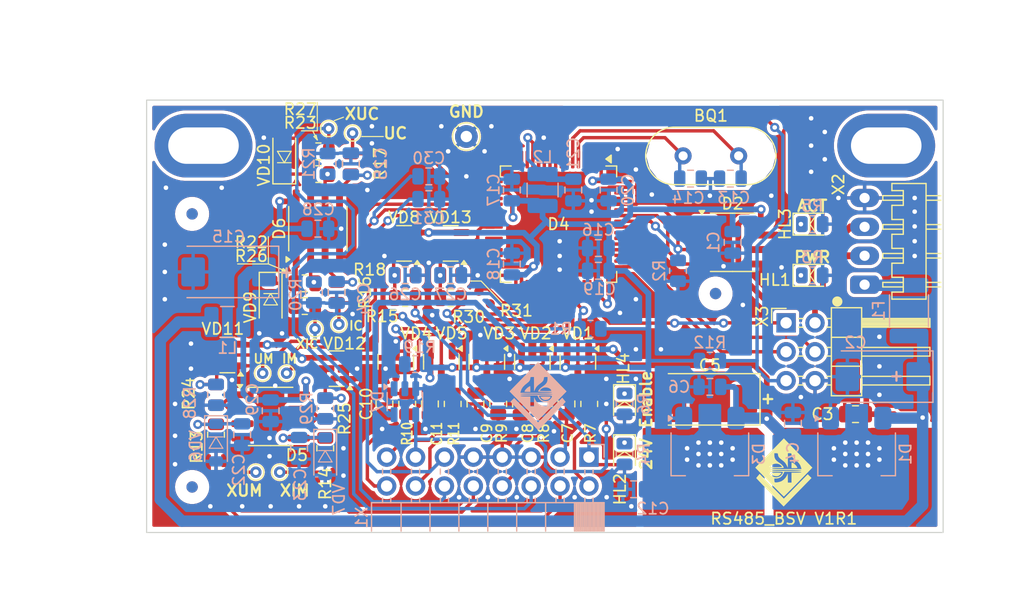
<source format=kicad_pcb>
(kicad_pcb
	(version 20240108)
	(generator "pcbnew")
	(generator_version "8.0")
	(general
		(thickness 1.6)
		(legacy_teardrops no)
	)
	(paper "A4")
	(layers
		(0 "F.Cu" signal)
		(31 "B.Cu" signal)
		(32 "B.Adhes" user "B.Adhesive")
		(33 "F.Adhes" user "F.Adhesive")
		(34 "B.Paste" user)
		(35 "F.Paste" user)
		(36 "B.SilkS" user "B.Silkscreen")
		(37 "F.SilkS" user "F.Silkscreen")
		(38 "B.Mask" user)
		(39 "F.Mask" user)
		(40 "Dwgs.User" user "User.Drawings")
		(41 "Cmts.User" user "User.Comments")
		(42 "Eco1.User" user "User.Eco1")
		(43 "Eco2.User" user "User.Eco2")
		(44 "Edge.Cuts" user)
		(45 "Margin" user)
		(46 "B.CrtYd" user "B.Courtyard")
		(47 "F.CrtYd" user "F.Courtyard")
		(48 "B.Fab" user)
		(49 "F.Fab" user)
		(50 "User.1" user)
		(51 "User.2" user)
		(52 "User.3" user)
		(53 "User.4" user)
		(54 "User.5" user)
		(55 "User.6" user)
		(56 "User.7" user)
		(57 "User.8" user)
		(58 "User.9" user)
	)
	(setup
		(pad_to_mask_clearance 0)
		(allow_soldermask_bridges_in_footprints no)
		(aux_axis_origin 30 63)
		(grid_origin 30 63)
		(pcbplotparams
			(layerselection 0x00010fc_ffffffff)
			(plot_on_all_layers_selection 0x0000000_00000000)
			(disableapertmacros no)
			(usegerberextensions no)
			(usegerberattributes yes)
			(usegerberadvancedattributes yes)
			(creategerberjobfile yes)
			(dashed_line_dash_ratio 12.000000)
			(dashed_line_gap_ratio 3.000000)
			(svgprecision 4)
			(plotframeref no)
			(viasonmask no)
			(mode 1)
			(useauxorigin no)
			(hpglpennumber 1)
			(hpglpenspeed 20)
			(hpglpendiameter 15.000000)
			(pdf_front_fp_property_popups yes)
			(pdf_back_fp_property_popups yes)
			(dxfpolygonmode yes)
			(dxfimperialunits yes)
			(dxfusepcbnewfont yes)
			(psnegative no)
			(psa4output no)
			(plotreference yes)
			(plotvalue yes)
			(plotfptext yes)
			(plotinvisibletext no)
			(sketchpadsonfab no)
			(subtractmaskfromsilk no)
			(outputformat 1)
			(mirror no)
			(drillshape 1)
			(scaleselection 1)
			(outputdirectory "")
		)
	)
	(net 0 "")
	(net 1 "Net-(D4-PD0)")
	(net 2 "Net-(D4-PD1)")
	(net 3 "+3V3")
	(net 4 "GND")
	(net 5 "+12V")
	(net 6 "+5V")
	(net 7 "UA_RDY")
	(net 8 "XRAY_ON")
	(net 9 "NO_LINK")
	(net 10 "OVERLOAD")
	(net 11 "OVERHEAT")
	(net 12 "+12VA")
	(net 13 "+3.3VA")
	(net 14 "Net-(D5A-+)")
	(net 15 "Net-(D5B-+)")
	(net 16 "Net-(D6A-+)")
	(net 17 "Net-(D6B-+)")
	(net 18 "HV_24V")
	(net 19 "HV_15V")
	(net 20 "Net-(D2-B)")
	(net 21 "U1_RX")
	(net 22 "TXEN")
	(net 23 "Net-(D2-A)")
	(net 24 "U1_TX")
	(net 25 "SWO")
	(net 26 "unconnected-(D4-PC15-Pad4)")
	(net 27 "unconnected-(D4-PB4-Pad56)")
	(net 28 "unconnected-(D4-PB2-Pad28)")
	(net 29 "Ia_CTRL")
	(net 30 "SWCLK")
	(net 31 "unconnected-(D4-PC6-Pad37)")
	(net 32 "unconnected-(D4-PB9-Pad62)")
	(net 33 "unconnected-(D4-PC3-Pad11)")
	(net 34 "unconnected-(D4-PB10-Pad29)")
	(net 35 "unconnected-(D4-PC14-Pad3)")
	(net 36 "Net-(D4-PC10)")
	(net 37 "unconnected-(D4-PC0-Pad8)")
	(net 38 "RESET")
	(net 39 "unconnected-(D4-PB8-Pad61)")
	(net 40 "SWDIO")
	(net 41 "Net-(D4-PB14)")
	(net 42 "unconnected-(D4-PD2-Pad54)")
	(net 43 "Ua_MON")
	(net 44 "unconnected-(D4-PA1-Pad15)")
	(net 45 "unconnected-(D4-PA12-Pad45)")
	(net 46 "Net-(D4-PC11)")
	(net 47 "HV_ENABLE")
	(net 48 "unconnected-(D4-PB1-Pad27)")
	(net 49 "unconnected-(D4-PB0-Pad26)")
	(net 50 "unconnected-(D4-PC12-Pad53)")
	(net 51 "Ua_CTRL")
	(net 52 "unconnected-(D4-PC2-Pad10)")
	(net 53 "Net-(D4-PB12)")
	(net 54 "CONN")
	(net 55 "Ia_MON")
	(net 56 "Net-(D4-PA3)")
	(net 57 "unconnected-(D4-PC13-Pad2)")
	(net 58 "unconnected-(D4-PB11-Pad30)")
	(net 59 "LED_ACT")
	(net 60 "Net-(D4-PB15)")
	(net 61 "unconnected-(D4-PA15-Pad50)")
	(net 62 "Net-(D4-PA2)")
	(net 63 "Net-(D4-PB13)")
	(net 64 "unconnected-(D4-PA0-Pad14)")
	(net 65 "Net-(D5A--)")
	(net 66 "Net-(D5B--)")
	(net 67 "Net-(D6B--)")
	(net 68 "Net-(D6A--)")
	(net 69 "unconnected-(D7-NC-Pad1)")
	(net 70 "X_HV_ENABLE")
	(net 71 "Net-(X2-Pin_1)")
	(net 72 "Net-(HL1-K)")
	(net 73 "Net-(HL2-K)")
	(net 74 "X_HV_24V")
	(net 75 "Net-(HL3-K)")
	(net 76 "Net-(HL4-K)")
	(net 77 "/X_UA_RDY")
	(net 78 "/X_XRAY_ON")
	(net 79 "/X_NO_LINK")
	(net 80 "/X_OVERLOAD")
	(net 81 "/X_OVERHEAT")
	(net 82 "X_Ua_MON")
	(net 83 "X_Ia_MON")
	(net 84 "X_Ua_CTRL")
	(net 85 "X_Ia_CTRL")
	(net 86 "X_HV_15V")
	(net 87 "unconnected-(H1-Pad1)")
	(net 88 "unconnected-(H2-Pad1)")
	(net 89 "Net-(VD10-K)")
	(net 90 "Net-(VD9-K)")
	(footprint "Capacitor_SMD:C_0805_2012Metric" (layer "F.Cu") (at 54.9 51.7 -90))
	(footprint "Resistor_SMD:R_0805_2012Metric" (layer "F.Cu") (at 43.900001 41.1))
	(footprint "TestPoint:TestPoint_THTPad_D1.0mm_Drill0.5mm" (layer "F.Cu") (at 46.9 44.7 90))
	(footprint "Connector_PinHeader_2.54mm:PinHeader_2x03_P2.54mm_Horizontal" (layer "F.Cu") (at 86.2 44.575))
	(footprint "Resistor_SMD:R_0805_2012Metric" (layer "F.Cu") (at 56.72265 42.40235 180))
	(footprint "Capacitor_SMD:C_0805_2012Metric" (layer "F.Cu") (at 92.3 52.6 180))
	(footprint "Fiducial:Fiducial_1mm_Mask3mm" (layer "F.Cu") (at 80 42))
	(footprint "Resistor_SMD:R_0805_2012Metric" (layer "F.Cu") (at 52.72265 42.38985 180))
	(footprint "Ecohim:TestPoint_Pad_D0.8mm_no_circle" (layer "F.Cu") (at 61.2 29.7))
	(footprint "Package_TO_SOT_SMD:SOT-23" (layer "F.Cu") (at 67.9 48 -90))
	(footprint "Resistor_SMD:R_0805_2012Metric" (layer "F.Cu") (at 45.7 52.1 90))
	(footprint "Ecohim:TestPoint_Pad_D0.8mm_no_circle" (layer "F.Cu") (at 60.3 40.8))
	(footprint "TestPoint:TestPoint_THTPad_D1.0mm_Drill0.5mm" (layer "F.Cu") (at 40.2 49))
	(footprint "Resistor_SMD:R_0805_2012Metric" (layer "F.Cu") (at 43.900003 43.099999))
	(footprint "Package_TO_SOT_SMD:SOT-23" (layer "F.Cu") (at 63.9 48 -90))
	(footprint "Package_QFP:LQFP-64_10x10mm_P0.5mm" (layer "F.Cu") (at 66.2 35.9 -90))
	(footprint "TestPoint:TestPoint_THTPad_D1.0mm_Drill0.5mm" (layer "F.Cu") (at 41.7 57.7))
	(footprint "Resistor_SMD:R_0805_2012Metric" (layer "F.Cu") (at 60.9 51.7 90))
	(footprint "LED_SMD:LED_0805_2012Metric" (layer "F.Cu") (at 72 56.1 -90))
	(footprint "Resistor_SMD:R_0805_2012Metric" (layer "F.Cu") (at 68.9 51.7 90))
	(footprint "TestPoint:TestPoint_THTPad_D1.0mm_Drill0.5mm" (layer "F.Cu") (at 44.800002 45.1 90))
	(footprint "Resistor_SMD:R_0805_2012Metric" (layer "F.Cu") (at 52.9 51.7 90))
	(footprint "Ecohim:TestPoint_Pad_D0.8mm_no_circle" (layer "F.Cu") (at 59.2 41.8))
	(footprint "LED_SMD:LED_0805_2012Metric" (layer "F.Cu") (at 72 51.7 -90))
	(footprint "Package_TO_SOT_SMD:SOT-23" (layer "F.Cu") (at 55.9 48 -90))
	(footprint "TestPoint:TestPoint_THTPad_D1.0mm_Drill0.5mm" (layer "F.Cu") (at 39.6 57.7))
	(footprint "Ecohim:TestPoint_Pad_D0.8mm_no_circle" (layer "F.Cu") (at 61.3 41.8))
	(footprint "Diode_SMD:D_SOD-123" (layer "F.Cu") (at 42.100003 30 90))
	(footprint "Crystal:Crystal_HC49-4H_Vertical" (layer "F.Cu") (at 77.149999 29.9))
	(footprint "Resistor_SMD:R_0805_2012Metric" (layer "F.Cu") (at 52.722651 40.38985))
	(footprint "Ecohim:MountingHole_Slot_3.2mm_M3_Pad" (layer "F.Cu") (at 35 29 90))
	(footprint "Package_TO_SOT_SMD:SOT-23" (layer "F.Cu") (at 51.9 48 -90))
	(footprint "TestPoint:TestPoint_THTPad_D2.0mm_Drill1.0mm" (layer "F.Cu") (at 58.1 28.2))
	(footprint "Ecohim:MountingHole_Slot_3.2mm_M3_Pad" (layer "F.Cu") (at 95 29 90))
	(footprint "Ecohim:DS1070-4MR_WF-4RA_CONNFLY" (layer "F.Cu") (at 93.1 33.6 -90))
	(footprint "Ecohim:TestPoint_Pad_D0.8mm_no_circle" (layer "F.Cu") (at 60 30.9))
	(footprint "TestPoint:TestPoint_THTPad_D1.0mm_Drill0.5mm" (layer "F.Cu") (at 42.3 49))
	(footprint "Ecohim:TestPoint_Pad_D0.8mm_no_circle" (layer "F.Cu") (at 60.2 42.9))
	(footprint "LED_SMD:LED_0805_2012Metric" (layer "F.Cu") (at 88.5 40.4))
	(footprint "Fiducial:Fiducial_1mm_Mask3mm" (layer "F.Cu") (at 34 59))
	(footprint "Package_TO_SOT_SMD:SOT-23" (layer "F.Cu") (at 59.9 48 -90))
	(footprint "Package_SO:SOIC-8_3.9x4.9mm_P1.27mm"
		(layer "F.Cu")
		(uuid "937277e2-1f91-4595-bafe-0cf53cc8ac79")
		(at 45.050001 36.3 90)
		(descr "SOIC, 8 Pin (JEDEC MS-012AA, https://www.analog.com/media/en/package-pcb-resources/package/pkg_pdf/soic_narrow-r/r_8.pdf), generated with kicad-footprint-generator ipc_gullwing_generator.py")
		(tags "SOIC SO")
		(property "Reference" "D6"
			(at 0 -3.4 90)
			(layer "F.SilkS")
			(uuid "f89f0334-20b4-4237-82f8-bc7d3e15acf3")
			(effects
				(font
					(size 1 1)
					(thickness 0.15)
				)
			)
		)
		(property "Value" "LM358"
			(at 0 3.4 90)
			(layer "F.Fab")
			(uuid "f0e87da0-bfc5-49ea-b00d-ac96efd99b78")
			(effects
				(font
					(size 1 1)
					(thickness 0.15)
				)
			)
		)
		(property "Footprint" "Package_SO:SOIC-8_3.9x4.9mm_P1.27mm"
			(at 0 0 90)
			(unlocked yes)
			(layer "F.Fab")
			(hide yes)
			(uuid "2b21481e-def0-4ee9-b47e-e51b5153b3db")
			(effects
				(font
					(size 1.27 1.27)
					(thickness 0.15)
				)
			)
		)
		(property "Datasheet" "http://www.ti.com/lit/ds/symlink/lm2904-n.pdf"
			(at 0 0 90)
			(unlocked yes)
			(layer "F.Fab")
			(hide yes)
			(uuid "45494cf1-149d-4be6-a6b2-ec62028c7b3d")
			(effects
				(font
					(size 1.27 1.27)
					(thickness 0.15)
				)
			)
		)
		(property "Description" "Low-Power, Dual Operational Amplifiers, DIP-8/SOIC-8/TO-99-8"
			(at 0 0 90)
			(unlocked yes)
			(layer "F.Fab")
			(hide yes)
			(uuid "a34b7541-0479-43a9-a54e-30d3d1b0d7fa")
			(effects
				(font
					(size 1.27 1.27)
					(thickness 0.15)
				)
			)
		)
		(property ki_fp_filters "SOIC*3.9x4.9mm*P1.27mm* DIP*W7.62mm* TO*99* OnSemi*Micro8* TSSOP*3x3mm*P0.65mm* TSSOP*4.4x3mm*P0.65mm* MSOP*3x3mm*P0.65mm* SSOP*3.9x4.9mm*P0.635mm* LFCSP*2x2mm*P0.5mm* *SIP* SOIC*5.3x6.2mm*P1.27mm*")
		(path "/e90a0ee0-3c79-4842-a0d8-2625dd0326aa")
		(sheetname "Root")
		(sheetfile "RS485_BSV_V1R1.kicad_sch")
		(attr smd)
		(fp_line
			(start 0 -2.56)
			(end 1.95 -2.56)
			(stroke
				(width 0.12)
				(type solid)
			)
			(layer "F.SilkS")
			(uuid "c2d25348-4196-4bc4-8e72-9c22522609a2")
		)
		(fp_line
			(start 0 -2.56)
			(end -1.95 -2.56)
			(stroke
				(width 0.12)
				(type solid)
			)
			(layer "F.SilkS")
			(uuid "dda9d623-af8b-4aeb-8cb1-4594220fd268")
		)
		(fp_line
			(start 0 2.56)
			(end 1.95 2.56)
			(stroke
				(width 0.12)
				(type solid)
			)
			(layer "F.SilkS")
			(uuid "77ee12f3-0e6d-42ec-9bc2-2380f5f848fd")
		)
		(fp_line
			(start 0 2.56)
			(end -1.95 2.56)
			(stroke
				(width 0.12)
				(type solid)
			)
			(layer "F.SilkS")
			(uuid "bf5a9e27-f310-4160-af7e-5d00b4409bd6")
		)
		(fp_poly
			(pts
				(xy -2.7 -2.465) (xy -2.94 -2.795) (xy -2.46 -2.795) (xy -2.7 -2.465)
			)
			(stroke
				(width 0.12)
				(type solid)
			)
			(fill solid)
			(layer "F.SilkS")
			(uuid "decad0d3-8228-4a9b-abfd-06582fa6fc12")
		)
		(fp_line
			(start 3.7 -2.7)
			(end -3.7 -2.7)
			(stroke
				(width 0.05)
				(type solid)
			)
			(layer "F.CrtYd")
			(uuid "ac2d5d25-c47b-4701-8f2b-6fa705f40f4f")
		)
		(fp_line
			(start -3.7 -2.7)
			(end -3.7 2.7)
			(stroke
				(width 0.05)
				(type solid)
			)
			(layer "F.CrtYd")
			(uuid "5c4e3fb2-3134-4159-af49-377d94976282")
		)
		(fp_line
			(start 3.7 2.7)
			(end 3.7 -2.7)
			(stroke
				(width 0.05)
				(type solid)
			)
			(layer "F.CrtYd")
			(uuid "ec30bfda-8508-4479-986d-78a0fa07e23d")
		)
		(fp_line
			(start -3.7 2.7)
			(end 3.7 2.7)
			(stroke
				(width 0.05)
				(type solid)
			)
			(layer "F.CrtYd")
			(uuid "a601eee7-08ad-4f97-9587-173dd565e594")
		)
		(fp_line
			(start 1.95 -2.45)
			(end 1.95 2.45)
			(stroke
				(width 0.1)
				(type solid)
			)
			(layer "F.Fab")
			(uuid "b0a9fc25-a182-4ffd-8858-bf8b436d1112")
		)
		(fp_line
			(start -0.975 -2.45)
			(end 1.95 -2.45)
			(stroke
				(width 0.1)
				(type solid)
			)
			(layer "F.Fab")
			(uuid "bcb21255-ec53-44ac-b810-28b808d931a8")
		)
		(fp_line
			(start -1.95 -1.475)
			(end -0.975 -2.45)
			(stroke
				(width 0.1)
				(type solid)
			)
			(layer "F.Fab")
			(uuid "1f90c144-614b-4421-ae07-32d9fb73185c")
		)
		(fp_line
			(start 1.95 2.45)
			(end -1.95 2.45)
			(stroke
				(width 0.1)
				(type solid)
			)
			(layer "F.Fab")
			(uuid "a0160633-b6e1-4d39-bc78-48348260364d")
		)
		(fp_line
			(start -1.95 2.45)
			(end -1.95 -1.475)
			(stroke
				(width 0.1)
				(type solid)
			)
			(layer "F.Fab")
			(uuid "3be5bd1a-97f3-4a4b-b64a-fdfff67ba7f7")
		)
		(fp_text user "${REFERENCE}"
			(at 0 0 90)
			(layer "F.Fab")
			(uuid "c4211876-619e-48f1-ac5e-dd1d6fcdd768")
			(effects
				(font
					(size 0.98 0.98)
					(thickness 0.15)
				)
			)
		)
		(pad "1" smd roundrect
			(at -2.475 -1.905 90)
			(size 1.95 0.6)
			(layers "F.Cu" "F.Paste" "F.Mask")
			(roundrect_rratio 0.25)
			(net 90 "Net-(VD9-K)")
			(pintype "output")
			(uuid "a06186ca-a658-450f-a058-9b8887aa8aed")
		)
		(pad "2" smd roundrect
			(at -2.475 -0.635 90)
			(size 1.95 0.6)
			(layers "F.Cu" "F.Paste" "F.Mask")
			(roundrect_rratio 0.25)
			(net 68 "Net-(D6A--)")

... [897360 chars truncated]
</source>
